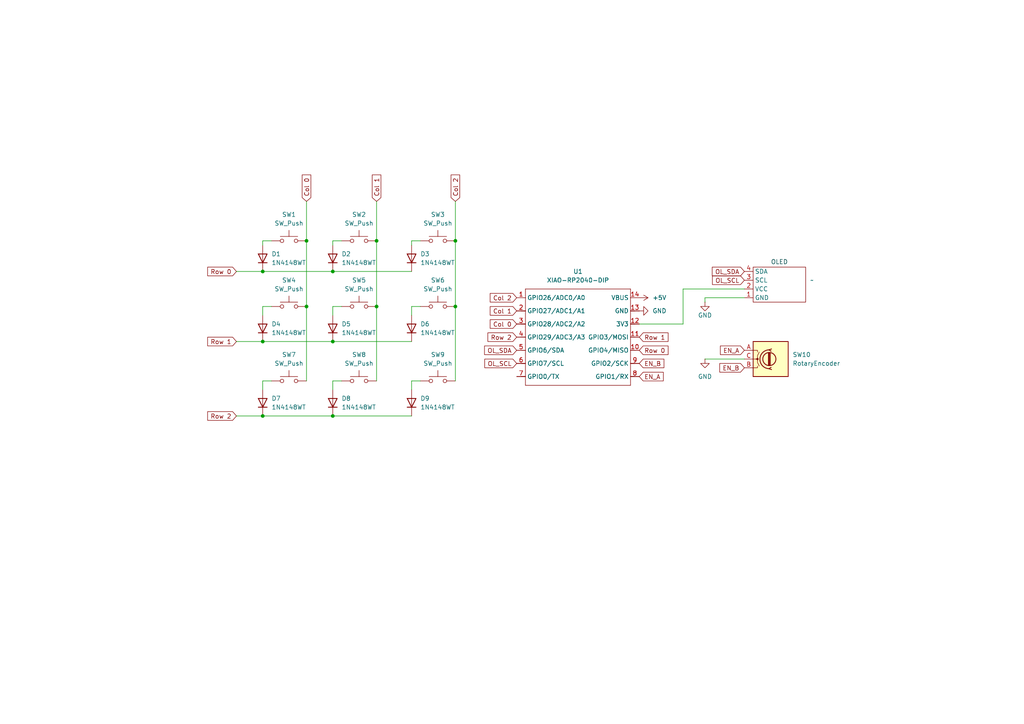
<source format=kicad_sch>
(kicad_sch (version 20250114) (generator "eeschema") (generator_version "9.0")
  (paper "A4")
  (lib_symbols
    (symbol "Device:RotaryEncoder" (pin_names (offset 0.254) (hide yes))
      (property "Reference" "SW" (at 0 6.604 0))
      (property "Value" "RotaryEncoder" (at 0 -6.604 0))
      (symbol "RotaryEncoder_0_1"
        (rectangle (start -5.08 5.08) (end 5.08 -5.08) (stroke (width 0.254)) (fill (type background)))
        (polyline (pts (xy -5.08 2.54) (xy -3.81 2.54) (xy -3.81 2.032)))
        (polyline (pts (xy -5.08 0) (xy -3.81 0) (xy -3.81 -1.016) (xy -3.302 -2.032)))
        (polyline (pts (xy -5.08 -2.54) (xy -3.81 -2.54) (xy -3.81 -2.032)))
        (polyline (pts (xy -4.318 0) (xy -3.81 0) (xy -3.81 1.016) (xy -3.302 2.032)))
        (circle (center -3.81 0) (radius 0.254) (fill (type outline)))
        (polyline (pts (xy -0.635 -1.778) (xy -0.635 1.778)) (stroke (width 0.254)))
        (circle (center -0.381 0) (radius 1.905) (stroke (width 0.254)))
        (polyline (pts (xy -0.381 -1.778) (xy -0.381 1.778)) (stroke (width 0.254)))
        (arc (start -0.381 -2.794) (mid -3.0988 -0.0635) (end -0.381 2.667) (stroke (width 0.254)))
        (polyline (pts (xy -0.127 1.778) (xy -0.127 -1.778)) (stroke (width 0.254)))
        (polyline (pts (xy 0.254 2.921) (xy -0.508 2.667) (xy 0.127 2.286)) (stroke (width 0.254)))
        (polyline (pts (xy 0.254 -3.048) (xy -0.508 -2.794) (xy 0.127 -2.413)) (stroke (width 0.254)))
      )
      (symbol "RotaryEncoder_1_1"
        (pin passive line (at -7.62 2.54 0) (length 2.54) (name "A") (number "A"))
        (pin passive line (at -7.62 0 0) (length 2.54) (name "C") (number "C"))
        (pin passive line (at -7.62 -2.54 0) (length 2.54) (name "B") (number "B"))
      )
    )
    (symbol "Diode:1N4148WT" (pin_numbers (hide yes)) (pin_names (hide yes))
      (property "Reference" "D" (at 0 2.54 0))
      (property "Value" "1N4148WT" (at 0 -2.54 0))
      (symbol "1N4148WT_0_1"
        (polyline (pts (xy -1.27 1.27) (xy -1.27 -1.27)) (stroke (width 0.254)))
        (polyline (pts (xy 1.27 1.27) (xy 1.27 -1.27) (xy -1.27 0) (xy 1.27 1.27)) (stroke (width 0.254)))
        (polyline (pts (xy 1.27 0) (xy -1.27 0)))
      )
      (symbol "1N4148WT_1_1"
        (pin passive line (at -3.81 0 0) (length 2.54) (name "K") (number "1"))
        (pin passive line (at 3.81 0 180) (length 2.54) (name "A") (number "2"))
      )
    )
    (symbol "OLED:_1"
      (symbol "_1_0_1"
        (rectangle (start -7.62 11.43) (end 7.62 1.27))
      )
      (symbol "_1_1_1"
        (text "OLED" (at 0 12.954 0) (effects (font (size 1.27 1.27))))
        (pin input line (at -10.16 10.16 0) (length 2.54) (name "SDA") (number "4"))
        (pin input line (at -10.16 7.62 0) (length 2.54) (name "SCL") (number "3"))
        (pin power_in line (at -10.16 5.08 0) (length 2.54) (name "VCC") (number "2"))
        (pin passive line (at -10.16 2.54 0) (length 2.54) (name "GND") (number "1"))
      )
    )
    (symbol "OPL:XIAO-RP2040-DIP"
      (property "Reference" "U" (at 0 0 0))
      (property "Value" "XIAO-RP2040-DIP" (at 5.334 -1.778 0))
      (symbol "XIAO-RP2040-DIP_1_0"
        (polyline (pts (xy -1.27 -2.54) (xy 29.21 -2.54)) (stroke (width 0.1524)))
        (polyline (pts (xy -1.27 -5.08) (xy -2.54 -5.08)) (stroke (width 0.1524)))
        (polyline (pts (xy -1.27 -5.08) (xy -1.27 -2.54)) (stroke (width 0.1524)))
        (polyline (pts (xy -1.27 -8.89) (xy -2.54 -8.89)) (stroke (width 0.1524)))
        (polyline (pts (xy -1.27 -8.89) (xy -1.27 -5.08)) (stroke (width 0.1524)))
        (polyline (pts (xy -1.27 -12.7) (xy -2.54 -12.7)) (stroke (width 0.1524)))
        (polyline (pts (xy -1.27 -12.7) (xy -1.27 -8.89)) (stroke (width 0.1524)))
        (polyline (pts (xy -1.27 -16.51) (xy -2.54 -16.51)) (stroke (width 0.1524)))
        (polyline (pts (xy -1.27 -16.51) (xy -1.27 -12.7)) (stroke (width 0.1524)))
        (polyline (pts (xy -1.27 -20.32) (xy -2.54 -20.32)) (stroke (width 0.1524)))
        (polyline (pts (xy -1.27 -24.13) (xy -2.54 -24.13)) (stroke (width 0.1524)))
        (polyline (pts (xy -1.27 -27.94) (xy -2.54 -27.94)) (stroke (width 0.1524)))
        (polyline (pts (xy -1.27 -30.48) (xy -1.27 -16.51)) (stroke (width 0.1524)))
        (polyline (pts (xy 29.21 -2.54) (xy 29.21 -5.08)) (stroke (width 0.1524)))
        (polyline (pts (xy 29.21 -5.08) (xy 29.21 -8.89)) (stroke (width 0.1524)))
        (polyline (pts (xy 29.21 -8.89) (xy 29.21 -12.7)) (stroke (width 0.1524)))
        (polyline (pts (xy 29.21 -12.7) (xy 29.21 -30.48)) (stroke (width 0.1524)))
        (polyline (pts (xy 29.21 -30.48) (xy -1.27 -30.48)) (stroke (width 0.1524)))
        (polyline (pts (xy 30.48 -5.08) (xy 29.21 -5.08)) (stroke (width 0.1524)))
        (polyline (pts (xy 30.48 -8.89) (xy 29.21 -8.89)) (stroke (width 0.1524)))
        (polyline (pts (xy 30.48 -12.7) (xy 29.21 -12.7)) (stroke (width 0.1524)))
        (polyline (pts (xy 30.48 -16.51) (xy 29.21 -16.51)) (stroke (width 0.1524)))
        (polyline (pts (xy 30.48 -20.32) (xy 29.21 -20.32)) (stroke (width 0.1524)))
        (polyline (pts (xy 30.48 -24.13) (xy 29.21 -24.13)) (stroke (width 0.1524)))
        (polyline (pts (xy 30.48 -27.94) (xy 29.21 -27.94)) (stroke (width 0.1524)))
        (pin passive line (at -3.81 -5.08 0) (length 2.54) (name "GPIO26/ADC0/A0") (number "1"))
        (pin passive line (at -3.81 -8.89 0) (length 2.54) (name "GPIO27/ADC1/A1") (number "2"))
        (pin passive line (at -3.81 -12.7 0) (length 2.54) (name "GPIO28/ADC2/A2") (number "3"))
        (pin passive line (at -3.81 -16.51 0) (length 2.54) (name "GPIO29/ADC3/A3") (number "4"))
        (pin passive line (at -3.81 -20.32 0) (length 2.54) (name "GPIO6/SDA") (number "5"))
        (pin passive line (at -3.81 -24.13 0) (length 2.54) (name "GPIO7/SCL") (number "6"))
        (pin passive line (at -3.81 -27.94 0) (length 2.54) (name "GPIO0/TX") (number "7"))
        (pin passive line (at 31.75 -5.08 180) (length 2.54) (name "VBUS") (number "14"))
        (pin passive line (at 31.75 -8.89 180) (length 2.54) (name "GND") (number "13"))
        (pin passive line (at 31.75 -12.7 180) (length 2.54) (name "3V3") (number "12"))
        (pin passive line (at 31.75 -16.51 180) (length 2.54) (name "GPIO3/MOSI") (number "11"))
        (pin passive line (at 31.75 -20.32 180) (length 2.54) (name "GPIO4/MISO") (number "10"))
        (pin passive line (at 31.75 -24.13 180) (length 2.54) (name "GPIO2/SCK") (number "9"))
        (pin passive line (at 31.75 -27.94 180) (length 2.54) (name "GPIO1/RX") (number "8"))
      )
    )
    (symbol "Switch:SW_Push" (pin_numbers (hide yes)) (pin_names (offset 1.016) (hide yes))
      (property "Reference" "SW" (at 1.27 2.54 0))
      (property "Value" "SW_Push" (at 0 -1.524 0))
      (symbol "SW_Push_0_1"
        (circle (center -2.032 0) (radius 0.508))
        (polyline (pts (xy 0 1.27) (xy 0 3.048)))
        (circle (center 2.032 0) (radius 0.508))
        (polyline (pts (xy 2.54 1.27) (xy -2.54 1.27)))
        (pin passive line (at -5.08 0 0) (length 2.54) (name "1") (number "1"))
        (pin passive line (at 5.08 0 180) (length 2.54) (name "2") (number "2"))
      )
    )
    (symbol "power:+5V" (power) (pin_numbers (hide yes)) (pin_names (offset 0) (hide yes))
      (property "Value" "+5V" (at 0 3.556 0))
      (symbol "+5V_0_1"
        (polyline (pts (xy -0.762 1.27) (xy 0 2.54)))
        (polyline (pts (xy 0 2.54) (xy 0.762 1.27)))
        (polyline (pts (xy 0 0) (xy 0 2.54)))
      )
      (symbol "+5V_1_1"
        (pin power_in line (at 0 0 90) (length 0) (name "~") (number "1"))
      )
    )
    (symbol "power:GND" (power) (pin_numbers (hide yes)) (pin_names (offset 0) (hide yes))
      (property "Value" "GND" (at 0 -3.81 0))
      (symbol "GND_0_1"
        (polyline (pts (xy 0 0) (xy 0 -1.27) (xy 1.27 -1.27) (xy 0 -2.54) (xy -1.27 -1.27) (xy 0 -1.27)))
      )
      (symbol "GND_1_1"
        (pin power_in line (at 0 0 270) (length 0) (name "~") (number "1"))
      )
    )
  )
  (junction (at 76.2 78.74))
  (junction (at 109.22 88.9))
  (junction (at 109.22 69.85))
  (junction (at 96.52 99.06))
  (junction (at 76.2 99.06))
  (junction (at 96.52 78.74))
  (junction (at 132.08 69.85))
  (junction (at 88.9 88.9))
  (junction (at 132.08 88.9))
  (junction (at 96.52 120.65))
  (junction (at 88.9 69.85))
  (junction (at 76.2 120.65))
  (wire (pts (xy 99.06 110.49) (xy 96.52 110.49)))
  (wire (pts (xy 204.47 86.36) (xy 215.9 86.36)))
  (wire (pts (xy 132.08 88.9) (xy 132.08 110.49)))
  (wire (pts (xy 88.9 58.42) (xy 88.9 69.85)))
  (wire (pts (xy 68.58 99.06) (xy 76.2 99.06)))
  (wire (pts (xy 198.12 83.82) (xy 198.12 93.98)))
  (wire (pts (xy 132.08 58.42) (xy 132.08 69.85)))
  (wire (pts (xy 198.12 93.98) (xy 185.42 93.98)))
  (wire (pts (xy 96.52 110.49) (xy 96.52 113.03)))
  (wire (pts (xy 119.38 110.49) (xy 121.92 110.49)))
  (wire (pts (xy 99.06 88.9) (xy 96.52 88.9)))
  (wire (pts (xy 96.52 99.06) (xy 119.38 99.06)))
  (wire (pts (xy 76.2 99.06) (xy 96.52 99.06)))
  (wire (pts (xy 204.47 86.36) (xy 204.47 87.63)))
  (wire (pts (xy 215.9 83.82) (xy 198.12 83.82)))
  (wire (pts (xy 119.38 69.85) (xy 119.38 71.12)))
  (wire (pts (xy 76.2 120.65) (xy 96.52 120.65)))
  (wire (pts (xy 96.52 88.9) (xy 96.52 91.44)))
  (wire (pts (xy 88.9 69.85) (xy 88.9 88.9)))
  (wire (pts (xy 78.74 88.9) (xy 76.2 88.9)))
  (wire (pts (xy 109.22 69.85) (xy 109.22 88.9)))
  (wire (pts (xy 109.22 88.9) (xy 109.22 110.49)))
  (wire (pts (xy 109.22 58.42) (xy 109.22 69.85)))
  (wire (pts (xy 96.52 69.85) (xy 96.52 71.12)))
  (wire (pts (xy 76.2 69.85) (xy 76.2 71.12)))
  (wire (pts (xy 76.2 110.49) (xy 76.2 113.03)))
  (wire (pts (xy 96.52 78.74) (xy 119.38 78.74)))
  (wire (pts (xy 68.58 78.74) (xy 76.2 78.74)))
  (wire (pts (xy 78.74 69.85) (xy 76.2 69.85)))
  (wire (pts (xy 96.52 120.65) (xy 119.38 120.65)))
  (wire (pts (xy 204.47 104.14) (xy 215.9 104.14)))
  (wire (pts (xy 88.9 88.9) (xy 88.9 110.49)))
  (wire (pts (xy 68.58 120.65) (xy 76.2 120.65)))
  (wire (pts (xy 121.92 69.85) (xy 119.38 69.85)))
  (wire (pts (xy 99.06 69.85) (xy 96.52 69.85)))
  (wire (pts (xy 121.92 88.9) (xy 119.38 88.9)))
  (wire (pts (xy 78.74 110.49) (xy 76.2 110.49)))
  (wire (pts (xy 132.08 69.85) (xy 132.08 88.9)))
  (wire (pts (xy 76.2 88.9) (xy 76.2 91.44)))
  (wire (pts (xy 119.38 113.03) (xy 119.38 110.49)))
  (wire (pts (xy 119.38 88.9) (xy 119.38 91.44)))
  (wire (pts (xy 76.2 78.74) (xy 96.52 78.74)))
  (global_label "OL_SDA" (shape input) (at 149.86 101.6 180) (property "Intersheetrefs" "${INTERSHEET_REFS}" (effects (hide yes))))
  (global_label "OL_SCL" (shape input) (at 215.9 81.28 180) (property "Intersheetrefs" "${INTERSHEET_REFS}" (effects (hide yes))))
  (global_label "EN_B" (shape input) (at 185.42 105.41 0) (property "Intersheetrefs" "${INTERSHEET_REFS}" (effects (hide yes))))
  (global_label "Col 1" (shape input) (at 109.22 58.42 90) (property "Intersheetrefs" "${INTERSHEET_REFS}" (effects (hide yes))))
  (global_label "Col 1" (shape input) (at 149.86 90.17 180) (property "Intersheetrefs" "${INTERSHEET_REFS}" (effects (hide yes))))
  (global_label "Col 2" (shape input) (at 149.86 86.36 180) (property "Intersheetrefs" "${INTERSHEET_REFS}" (effects (hide yes))))
  (global_label "Row 2" (shape input) (at 149.86 97.79 180) (property "Intersheetrefs" "${INTERSHEET_REFS}" (effects (hide yes))))
  (global_label "OL_SCL" (shape input) (at 149.86 105.41 180) (property "Intersheetrefs" "${INTERSHEET_REFS}" (effects (hide yes))))
  (global_label "EN_A" (shape input) (at 185.42 109.22 0) (property "Intersheetrefs" "${INTERSHEET_REFS}" (effects (hide yes))))
  (global_label "Row 0" (shape input) (at 185.42 101.6 0) (property "Intersheetrefs" "${INTERSHEET_REFS}" (effects (hide yes))))
  (global_label "Col 0" (shape input) (at 88.9 58.42 90) (property "Intersheetrefs" "${INTERSHEET_REFS}" (effects (hide yes))))
  (global_label "OL_SDA" (shape input) (at 215.9 78.74 180) (property "Intersheetrefs" "${INTERSHEET_REFS}" (effects (hide yes))))
  (global_label "Col 2" (shape input) (at 132.08 58.42 90) (property "Intersheetrefs" "${INTERSHEET_REFS}" (effects (hide yes))))
  (global_label "EN_A" (shape input) (at 215.9 101.6 180) (property "Intersheetrefs" "${INTERSHEET_REFS}" (effects (hide yes))))
  (global_label "Row 1" (shape input) (at 68.58 99.06 180) (property "Intersheetrefs" "${INTERSHEET_REFS}" (effects (hide yes))))
  (global_label "EN_B" (shape input) (at 215.9 106.68 180) (property "Intersheetrefs" "${INTERSHEET_REFS}" (effects (hide yes))))
  (global_label "Col 0" (shape input) (at 149.86 93.98 180) (property "Intersheetrefs" "${INTERSHEET_REFS}" (effects (hide yes))))
  (global_label "Row 1" (shape input) (at 185.42 97.79 0) (property "Intersheetrefs" "${INTERSHEET_REFS}" (effects (hide yes))))
  (global_label "Row 2" (shape input) (at 68.58 120.65 180) (property "Intersheetrefs" "${INTERSHEET_REFS}" (effects (hide yes))))
  (global_label "Row 0" (shape input) (at 68.58 78.74 180) (property "Intersheetrefs" "${INTERSHEET_REFS}" (effects (hide yes))))
  (symbol (lib_id "Diode:1N4148WT") (at 96.52 116.84 90) (unit 1)
    (property "Reference" "D8" (at 99.06 115.5699 90) (effects (justify right)))
    (property "Value" "1N4148WT" (at 99.06 118.1099 90) (effects (justify right)))
    (property "Footprint" "Diode_THT:D_DO-35_SOD27_P7.62mm_Horizontal" (effects (hide yes)))
    (property "Datasheet" "https://www.diodes.com/assets/Datasheets/ds30396.pdf" (effects (hide yes)))
    (property "Description" "75V 0.15A Fast switching Diode, SOD-523" (effects (hide yes)))
    (property "Sim.Device" "D" (effects (hide yes)))
    (property "Sim.Pins" "1=K 2=A" (effects (hide yes)))
  )
  (symbol (lib_id "Diode:1N4148WT") (at 76.2 116.84 90) (unit 1)
    (property "Reference" "D7" (at 78.74 115.5699 90) (effects (justify right)))
    (property "Value" "1N4148WT" (at 78.74 118.1099 90) (effects (justify right)))
    (property "Footprint" "Diode_THT:D_DO-35_SOD27_P7.62mm_Horizontal" (effects (hide yes)))
    (property "Datasheet" "https://www.diodes.com/assets/Datasheets/ds30396.pdf" (effects (hide yes)))
    (property "Description" "75V 0.15A Fast switching Diode, SOD-523" (effects (hide yes)))
    (property "Sim.Device" "D" (effects (hide yes)))
    (property "Sim.Pins" "1=K 2=A" (effects (hide yes)))
  )
  (symbol (lib_id "Switch:SW_Push") (at 83.82 110.49 0) (unit 1)
    (property "Reference" "SW7" (at 83.82 102.87 0))
    (property "Value" "SW_Push" (at 83.82 105.41 0))
    (property "Footprint" "Button_Switch_Keyboard:SW_Cherry_MX_1.00u_PCB" (effects (hide yes)))
    (property "Description" "Push button switch, generic, two pins" (effects (hide yes)))
  )
  (symbol (lib_id "Switch:SW_Push") (at 83.82 69.85 0) (unit 1)
    (property "Reference" "SW1" (at 83.82 62.23 0))
    (property "Value" "SW_Push" (at 83.82 64.77 0))
    (property "Footprint" "Button_Switch_Keyboard:SW_Cherry_MX_1.00u_PCB" (effects (hide yes)))
    (property "Description" "Push button switch, generic, two pins" (effects (hide yes)))
  )
  (symbol (lib_id "Diode:1N4148WT") (at 119.38 74.93 90) (unit 1)
    (property "Reference" "D3" (at 121.92 73.6599 90) (effects (justify right)))
    (property "Value" "1N4148WT" (at 121.92 76.1999 90) (effects (justify right)))
    (property "Footprint" "Diode_THT:D_DO-35_SOD27_P7.62mm_Horizontal" (effects (hide yes)))
    (property "Datasheet" "https://www.diodes.com/assets/Datasheets/ds30396.pdf" (effects (hide yes)))
    (property "Description" "75V 0.15A Fast switching Diode, SOD-523" (effects (hide yes)))
    (property "Sim.Device" "D" (effects (hide yes)))
    (property "Sim.Pins" "1=K 2=A" (effects (hide yes)))
  )
  (symbol (lib_id "OLED:_1") (at 226.06 88.9 0) (unit 1)
    (property "Reference" "U2" (effects (hide yes)))
    (property "Value" "~" (at 234.95 81.2772 0) (effects (justify left)))
    (property "Footprint" "OLED:SSD1306-0.91-OLED-4pin-128x32" (effects (hide yes)))
  )
  (symbol (lib_id "Switch:SW_Push") (at 104.14 69.85 0) (unit 1)
    (property "Reference" "SW2" (at 104.14 62.23 0))
    (property "Value" "SW_Push" (at 104.14 64.77 0))
    (property "Footprint" "Button_Switch_Keyboard:SW_Cherry_MX_1.00u_PCB" (effects (hide yes)))
    (property "Description" "Push button switch, generic, two pins" (effects (hide yes)))
  )
  (symbol (lib_id "OPL:XIAO-RP2040-DIP") (at 153.67 81.28 0) (unit 1)
    (property "Reference" "U1" (at 167.64 78.74 0))
    (property "Value" "XIAO-RP2040-DIP" (at 167.64 81.28 0))
    (property "Footprint" "OPL:XIAO-RP2040-DIP" (effects (hide yes)))
  )
  (symbol (lib_id "Switch:SW_Push") (at 127 88.9 0) (unit 1)
    (property "Reference" "SW6" (at 127 81.28 0))
    (property "Value" "SW_Push" (at 127 83.82 0))
    (property "Footprint" "Button_Switch_Keyboard:SW_Cherry_MX_1.00u_PCB" (effects (hide yes)))
    (property "Description" "Push button switch, generic, two pins" (effects (hide yes)))
  )
  (symbol (lib_id "Diode:1N4148WT") (at 96.52 95.25 90) (unit 1)
    (property "Reference" "D5" (at 99.06 93.9799 90) (effects (justify right)))
    (property "Value" "1N4148WT" (at 99.06 96.5199 90) (effects (justify right)))
    (property "Footprint" "Diode_THT:D_DO-35_SOD27_P7.62mm_Horizontal" (effects (hide yes)))
    (property "Datasheet" "https://www.diodes.com/assets/Datasheets/ds30396.pdf" (effects (hide yes)))
    (property "Description" "75V 0.15A Fast switching Diode, SOD-523" (effects (hide yes)))
    (property "Sim.Device" "D" (effects (hide yes)))
    (property "Sim.Pins" "1=K 2=A" (effects (hide yes)))
  )
  (symbol (lib_id "Switch:SW_Push") (at 83.82 88.9 0) (unit 1)
    (property "Reference" "SW4" (at 83.82 81.28 0))
    (property "Value" "SW_Push" (at 83.82 83.82 0))
    (property "Footprint" "Button_Switch_Keyboard:SW_Cherry_MX_1.00u_PCB" (effects (hide yes)))
    (property "Description" "Push button switch, generic, two pins" (effects (hide yes)))
  )
  (symbol (lib_id "power:+5V") (at 185.42 86.36 270) (unit 1)
    (property "Reference" "#PWR04" (effects (hide yes)))
    (property "Value" "+5V" (at 189.23 86.3599 90) (effects (justify left)))
    (property "Description" "Power symbol creates a global label with name \"+5V\"" (effects (hide yes)))
  )
  (symbol (lib_id "power:GND") (at 204.47 87.63 0) (unit 1)
    (property "Reference" "#PWR01" (effects (hide yes)))
    (property "Value" "GND" (at 204.47 91.44 0))
    (property "Description" "Power symbol creates a global label with name \"GND\" , ground" (effects (hide yes)))
  )
  (symbol (lib_id "power:GND") (at 204.47 104.14 0) (unit 1)
    (property "Reference" "#PWR02" (effects (hide yes)))
    (property "Value" "GND" (at 204.47 109.22 0))
    (property "Description" "Power symbol creates a global label with name \"GND\" , ground" (effects (hide yes)))
  )
  (symbol (lib_id "Diode:1N4148WT") (at 96.52 74.93 90) (unit 1)
    (property "Reference" "D2" (at 99.06 73.6599 90) (effects (justify right)))
    (property "Value" "1N4148WT" (at 99.06 76.1999 90) (effects (justify right)))
    (property "Footprint" "Diode_THT:D_DO-35_SOD27_P7.62mm_Horizontal" (effects (hide yes)))
    (property "Datasheet" "https://www.diodes.com/assets/Datasheets/ds30396.pdf" (effects (hide yes)))
    (property "Description" "75V 0.15A Fast switching Diode, SOD-523" (effects (hide yes)))
    (property "Sim.Device" "D" (effects (hide yes)))
    (property "Sim.Pins" "1=K 2=A" (effects (hide yes)))
  )
  (symbol (lib_id "Diode:1N4148WT") (at 76.2 95.25 90) (unit 1)
    (property "Reference" "D4" (at 78.74 93.9799 90) (effects (justify right)))
    (property "Value" "1N4148WT" (at 78.74 96.5199 90) (effects (justify right)))
    (property "Footprint" "Diode_THT:D_DO-35_SOD27_P7.62mm_Horizontal" (effects (hide yes)))
    (property "Datasheet" "https://www.diodes.com/assets/Datasheets/ds30396.pdf" (effects (hide yes)))
    (property "Description" "75V 0.15A Fast switching Diode, SOD-523" (effects (hide yes)))
    (property "Sim.Device" "D" (effects (hide yes)))
    (property "Sim.Pins" "1=K 2=A" (effects (hide yes)))
  )
  (symbol (lib_id "Switch:SW_Push") (at 127 69.85 0) (unit 1)
    (property "Reference" "SW3" (at 127 62.23 0))
    (property "Value" "SW_Push" (at 127 64.77 0))
    (property "Footprint" "Button_Switch_Keyboard:SW_Cherry_MX_1.00u_PCB" (effects (hide yes)))
    (property "Description" "Push button switch, generic, two pins" (effects (hide yes)))
  )
  (symbol (lib_id "Diode:1N4148WT") (at 76.2 74.93 90) (unit 1)
    (property "Reference" "D1" (at 78.74 73.6599 90) (effects (justify right)))
    (property "Value" "1N4148WT" (at 78.74 76.1999 90) (effects (justify right)))
    (property "Footprint" "Diode_THT:D_DO-35_SOD27_P7.62mm_Horizontal" (effects (hide yes)))
    (property "Datasheet" "https://www.diodes.com/assets/Datasheets/ds30396.pdf" (effects (hide yes)))
    (property "Description" "75V 0.15A Fast switching Diode, SOD-523" (effects (hide yes)))
    (property "Sim.Device" "D" (effects (hide yes)))
    (property "Sim.Pins" "1=K 2=A" (effects (hide yes)))
  )
  (symbol (lib_id "Diode:1N4148WT") (at 119.38 116.84 90) (unit 1)
    (property "Reference" "D9" (at 121.92 115.5699 90) (effects (justify right)))
    (property "Value" "1N4148WT" (at 121.92 118.1099 90) (effects (justify right)))
    (property "Footprint" "Diode_THT:D_DO-35_SOD27_P7.62mm_Horizontal" (effects (hide yes)))
    (property "Datasheet" "https://www.diodes.com/assets/Datasheets/ds30396.pdf" (effects (hide yes)))
    (property "Description" "75V 0.15A Fast switching Diode, SOD-523" (effects (hide yes)))
    (property "Sim.Device" "D" (effects (hide yes)))
    (property "Sim.Pins" "1=K 2=A" (effects (hide yes)))
  )
  (symbol (lib_id "Switch:SW_Push") (at 127 110.49 0) (unit 1)
    (property "Reference" "SW9" (at 127 102.87 0))
    (property "Value" "SW_Push" (at 127 105.41 0))
    (property "Footprint" "Button_Switch_Keyboard:SW_Cherry_MX_1.00u_PCB" (effects (hide yes)))
    (property "Description" "Push button switch, generic, two pins" (effects (hide yes)))
  )
  (symbol (lib_id "Diode:1N4148WT") (at 119.38 95.25 90) (unit 1)
    (property "Reference" "D6" (at 121.92 93.9799 90) (effects (justify right)))
    (property "Value" "1N4148WT" (at 121.92 96.5199 90) (effects (justify right)))
    (property "Footprint" "Diode_THT:D_DO-35_SOD27_P7.62mm_Horizontal" (effects (hide yes)))
    (property "Datasheet" "https://www.diodes.com/assets/Datasheets/ds30396.pdf" (effects (hide yes)))
    (property "Description" "75V 0.15A Fast switching Diode, SOD-523" (effects (hide yes)))
    (property "Sim.Device" "D" (effects (hide yes)))
    (property "Sim.Pins" "1=K 2=A" (effects (hide yes)))
  )
  (symbol (lib_id "Switch:SW_Push") (at 104.14 88.9 0) (unit 1)
    (property "Reference" "SW5" (at 104.14 81.28 0))
    (property "Value" "SW_Push" (at 104.14 83.82 0))
    (property "Footprint" "Button_Switch_Keyboard:SW_Cherry_MX_1.00u_PCB" (effects (hide yes)))
    (property "Description" "Push button switch, generic, two pins" (effects (hide yes)))
  )
  (symbol (lib_id "power:GND") (at 185.42 90.17 90) (unit 1)
    (property "Reference" "#PWR05" (effects (hide yes)))
    (property "Value" "GND" (at 189.23 90.1699 90) (effects (justify right)))
    (property "Description" "Power symbol creates a global label with name \"GND\" , ground" (effects (hide yes)))
  )
  (symbol (lib_id "Switch:SW_Push") (at 104.14 110.49 0) (unit 1)
    (property "Reference" "SW8" (at 104.14 102.87 0))
    (property "Value" "SW_Push" (at 104.14 105.41 0))
    (property "Footprint" "Button_Switch_Keyboard:SW_Cherry_MX_1.00u_PCB" (effects (hide yes)))
    (property "Description" "Push button switch, generic, two pins" (effects (hide yes)))
  )
  (symbol (lib_id "Device:RotaryEncoder") (at 223.52 104.14 0) (unit 1)
    (property "Reference" "SW10" (at 229.87 102.8699 0) (effects (justify left)))
    (property "Value" "RotaryEncoder" (at 229.87 105.4099 0) (effects (justify left)))
    (property "Footprint" "Rotary Encoder:RotaryEncoder_Alps_EC11E_Vertical_H20mm" (effects (hide yes)))
    (property "Description" "Rotary encoder, dual channel, incremental quadrate outputs" (effects (hide yes)))
  )
)
</source>
